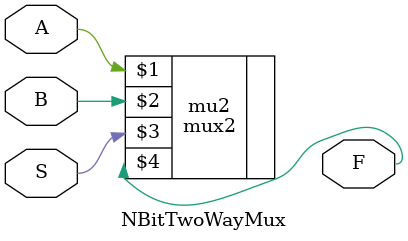
<source format=sv>


module NBitSixtyFourWayMux #(parameter N=1) (A0, A1, A2, A3, A4, A5, A6, A7, A8, A9, A10, A11, A12, A13, A14, A15, A16, A17, A18, A19, A20, A21, A22, A23, A24, A25, A26, A27, A28, A29, A30, A31, A32, A33, A34, A35, A36, A37, A38, A39, A40, A41, A42, A43, A44, A45, A46, A47, A48, A49, A50, A51, A52, A53, A54, A55, A56, A57, A58, A59, A60, A61, A62, A63, S, F);

	input wire [N-1:0] A0, A1, A2, A3, A4, A5, A6, A7, A8, A9, A10, A11, A12, A13, A14, A15, A16, A17, A18, A19, A20, A21, A22, A23, A24, A25, A26, A27, A28, A29, A30, A31, A32, A33, A34, A35, A36, A37, A38, A39, A40, A41, A42, A43, A44, A45, A46, A47, A48, A49, A50, A51, A52, A53, A54, A55, A56, A57, A58, A59, A60, A61, A62, A63;

	wire [N-1:0] B0, B1;
	
	input wire [5:0] S;
	
	output wire [N-1:0] F;
	
	NBitThirtyTwoWayMux #(.N(N)) lowMux (.A0(A0), .A1(A1), .A2(A2), .A3(A3), .A4(A4), .A5(A5), .A6(A6), .A7(A7), .A8(A8), .A9(A9), .A10(A10), .A11(A11), .A12(A12), .A13(A13), .A14(A14), .A15(A15), .A16(A16), .A17(A17), .A18(A18), .A19(A19), .A20(A20), .A21(A21), .A22(A22), .A23(A23), .A24(A24), .A25(A25), .A26(A26), .A27(A27), .A28(A28), .A29(A29), .A30(A30), .A31(A31), .S(S[4:0]), .F(B0));
	
	
	NBitThirtyTwoWayMux #(.N(N)) hiMux (.A0(A32), .A1(A33), .A2(A34), .A3(A35), .A4(A36), .A5(A37), .A6(A38), .A7(A39), .A8(A40), .A9(A41), .A10(A42), .A11(A43), .A12(A44), .A13(A45), .A14(A46), .A15(A47), .A16(A48), .A17(A49), .A18(A50), .A19(A51), .A20(A52), .A21(A53), .A22(A54), .A23(A55), .A24(A56), .A25(A57), .A26(A58), .A27(A59), .A28(A60), .A29(A61), .A30(A62), .A31(A63), .S(S[4:0]), .F(B1));
	
	NBitTwoWayMux #(.N(N)) finMux(.A(B0), .B(B1), .S(S[5]), .F(F));

endmodule

module NBitThirtyTwoWayMux #(parameter N=1) (A0, A1, A2, A3, A4, A5, A6, A7, A8, A9, A10, A11, A12, A13, A14, A15, A16, A17, A18, A19, A20, A21, A22, A23, A24, A25, A26, A27, A28, A29, A30, A31, S, F);

	input wire [N-1:0] A0, A1, A2, A3, A4, A5, A6, A7, A8, A9, A10, A11, A12, A13, A14, A15, A16, A17, A18, A19, A20, A21, A22, A23, A24, A25, A26, A27, A28, A29, A30, A31;

	wire [N-1:0] B0, B1;
	
	input wire [4:0] S;
	
	output wire [N-1:0] F;
	
	NBitSixteenWayMux #(.N(N)) lowMux (.A0(A0), .A1(A1), .A2(A2), .A3(A3), .A4(A4), .A5(A5), .A6(A6), .A7(A7), .A8(A8), .A9(A9), .A10(A10), .A11(A11), .A12(A12), .A13(A13), .A14(A14), .A15(A15), .S(S[3:0]), .F(B0));
	
	NBitSixteenWayMux #(.N(N)) highMux (.A0(A16), .A1(A17), .A2(A18), .A3(A19), .A4(A20), .A5(A21), .A6(A22), .A7(A23), .A8(A24), .A9(A25), .A10(A26), .A11(A27), .A12(A28), .A13(A29), .A14(A30), .A15(A31), .S(S[3:0]), .F(B1));
	
	NBitTwoWayMux #(.N(N)) finMux(.A(B0), .B(B1), .S(S[4]), .F(F));

endmodule

module NBitSixteenWayMux #(parameter N=1) (A0, A1, A2, A3, A4, A5, A6, A7, A8, A9, A10, A11, A12, A13, A14, A15, S, F);
   //
   // ---------------- PORT DEFINITIONS ----------------
   //
   
   input wire [N-1:0] A0, A1, A2, A3, A4, A5, A6, A7, A8, A9, A10, A11, A12, A13, A14, A15;
   
   wire [N-1:0] B0, B1, B2, B3;
   
   input wire [3:0] S;
   
   output wire [N-1:0] F;
   
   NBitFourWayMux #(.N(N)) mux1 (.A(A0), .B(A1), .C(A2), .D(A3), .S(S[1:0]), .F(B0));
   
   NBitFourWayMux #(.N(N)) mux2 (.A(A4), .B(A5), .C(A6), .D(A7), .S(S[1:0]), .F(B1));
   
   NBitFourWayMux #(.N(N)) mux3 (.A(A8), .B(A9), .C(A10), .D(A11), .S(S[1:0]), .F(B2));
   
   NBitFourWayMux #(.N(N)) mux4 (.A(A12), .B(A13), .C(A14), .D(A15), .S(S[1:0]), .F(B3));
   
   NBitFourWayMux #(.N(N)) muxF (.A(B0), .B(B1), .C(B2), .D(B3), .S(S[3:2]), .F(F));
   
   //
   // ---------------- MODULE DESIGN IMPLEMENTATION ----------------
   //
        
   
endmodule

module NBitFourWayMux #(parameter N=1)(A, B, C, D, S, F);
   //
   // ---------------- PORT DEFINITIONS ----------------
   //
   input wire [N-1:0] A, B, C, D;
   input wire [1:0] S;
   output wire [N-1:0] F;
   
   wire [N-1:0] lowMuxOut, highMuxOut;
   
   //
   // ---------------- MODULE DESIGN IMPLEMENTATION ----------------
   //
        NBitTwoWayMux #(.N(N)) lowMux(.A(A), .B(B), .S(S[0]), .F(lowMuxOut));
        NBitTwoWayMux #(.N(N)) highMux(.A(C), .B(D), .S(S[0]), .F(highMuxOut));
        NBitTwoWayMux #(.N(N)) finMux(.A(lowMuxOut), .B(highMuxOut), .S(S[1]), .F(F));
   
endmodule

module NBitTwoWayMux #(parameter N=1)(A, B, S, F);
   //
   // ---------------- PORT DEFINITIONS ----------------
   //
   
   input wire [N-1:0] A, B;
   input wire S;
   output wire [N-1:0] F;
   
   mux2 #(.N(N))  mu2 (A, B, S, F);

endmodule
</source>
